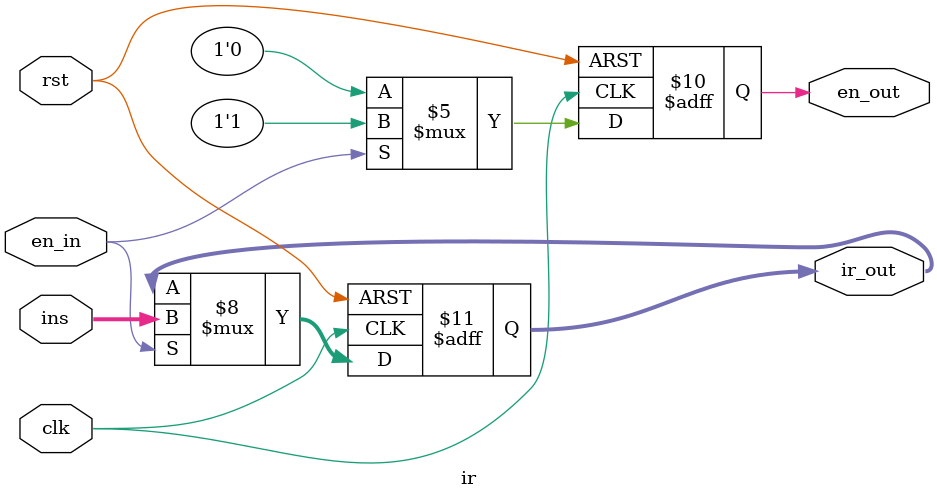
<source format=v>
`timescale 1ns / 1ps


module ir(
      clk, rst, en_in, ins, en_out, ir_out  
    );

    input clk,rst,en_in;
    input [15:0] ins;
    output reg en_out;
    output reg [15:0] ir_out;

    always @(posedge clk or negedge rst ) begin
        if(!rst)
        begin
            en_out<=1'b0;
            ir_out<=16'b0000_0000_0000_0000;
        end 
        else 
            begin
                if (en_in==1'b1) begin
                    en_out<=1'b1;
                    ir_out<=ins; 
                end else begin
                    en_out<=1'b0;
                end
            end
    end
endmodule

</source>
